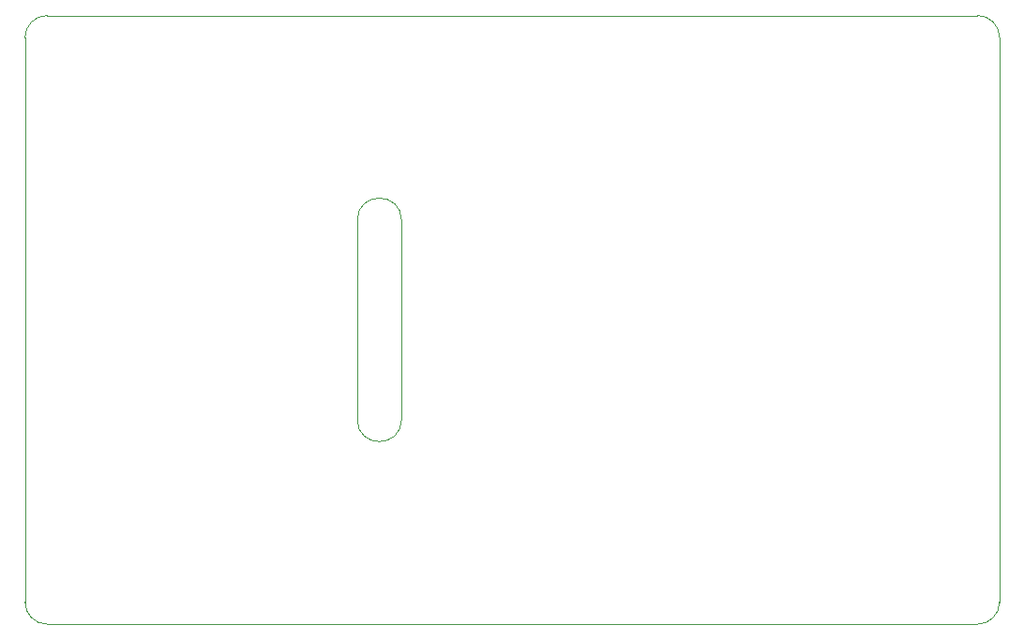
<source format=gm1>
%TF.GenerationSoftware,KiCad,Pcbnew,(6.0.10)*%
%TF.CreationDate,2022-12-31T20:59:51+01:00*%
%TF.ProjectId,ESPreen,45535072-6565-46e2-9e6b-696361645f70,0*%
%TF.SameCoordinates,Original*%
%TF.FileFunction,Profile,NP*%
%FSLAX46Y46*%
G04 Gerber Fmt 4.6, Leading zero omitted, Abs format (unit mm)*
G04 Created by KiCad (PCBNEW (6.0.10)) date 2022-12-31 20:59:51*
%MOMM*%
%LPD*%
G01*
G04 APERTURE LIST*
%TA.AperFunction,Profile*%
%ADD10C,0.100000*%
%TD*%
G04 APERTURE END LIST*
D10*
X110000000Y-65000000D02*
G75*
G03*
X108000000Y-67000000I0J-2000000D01*
G01*
X138000000Y-101500000D02*
X138000000Y-83500000D01*
X142000000Y-83500000D02*
X142000000Y-101500000D01*
X196000000Y-67000000D02*
X196000000Y-118000000D01*
X142000000Y-83500000D02*
G75*
G03*
X138000000Y-83500000I-2000000J0D01*
G01*
X194000000Y-120000000D02*
X110000000Y-120000000D01*
X108000000Y-118000000D02*
G75*
G03*
X110000000Y-120000000I2000000J0D01*
G01*
X110000000Y-65000000D02*
X194000000Y-65000000D01*
X108000000Y-118000000D02*
X108000000Y-67000000D01*
X138000000Y-101500000D02*
G75*
G03*
X142000000Y-101500000I2000000J0D01*
G01*
X194000000Y-120000000D02*
G75*
G03*
X196000000Y-118000000I0J2000000D01*
G01*
X196000000Y-67000000D02*
G75*
G03*
X194000000Y-65000000I-2000000J0D01*
G01*
M02*

</source>
